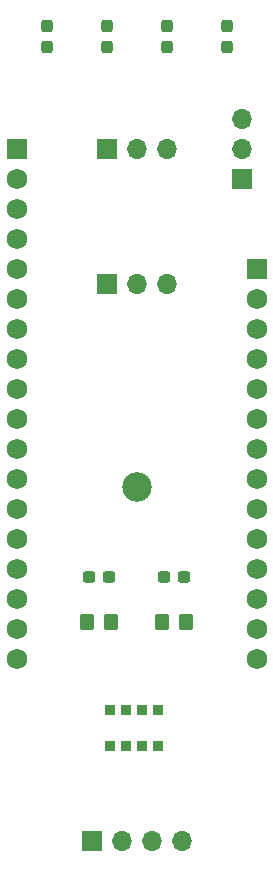
<source format=gbr>
%TF.GenerationSoftware,KiCad,Pcbnew,7.0.5-0*%
%TF.CreationDate,2023-11-18T10:12:58+00:00*%
%TF.ProjectId,Meadow Feather OLED,4d656164-6f77-4204-9665-617468657220,rev?*%
%TF.SameCoordinates,Original*%
%TF.FileFunction,Soldermask,Top*%
%TF.FilePolarity,Negative*%
%FSLAX46Y46*%
G04 Gerber Fmt 4.6, Leading zero omitted, Abs format (unit mm)*
G04 Created by KiCad (PCBNEW 7.0.5-0) date 2023-11-18 10:12:58*
%MOMM*%
%LPD*%
G01*
G04 APERTURE LIST*
G04 Aperture macros list*
%AMRoundRect*
0 Rectangle with rounded corners*
0 $1 Rounding radius*
0 $2 $3 $4 $5 $6 $7 $8 $9 X,Y pos of 4 corners*
0 Add a 4 corners polygon primitive as box body*
4,1,4,$2,$3,$4,$5,$6,$7,$8,$9,$2,$3,0*
0 Add four circle primitives for the rounded corners*
1,1,$1+$1,$2,$3*
1,1,$1+$1,$4,$5*
1,1,$1+$1,$6,$7*
1,1,$1+$1,$8,$9*
0 Add four rect primitives between the rounded corners*
20,1,$1+$1,$2,$3,$4,$5,0*
20,1,$1+$1,$4,$5,$6,$7,0*
20,1,$1+$1,$6,$7,$8,$9,0*
20,1,$1+$1,$8,$9,$2,$3,0*%
G04 Aperture macros list end*
%ADD10RoundRect,0.250000X0.350000X0.450000X-0.350000X0.450000X-0.350000X-0.450000X0.350000X-0.450000X0*%
%ADD11R,1.700000X1.700000*%
%ADD12O,1.700000X1.700000*%
%ADD13RoundRect,0.237500X-0.237500X0.287500X-0.237500X-0.287500X0.237500X-0.287500X0.237500X0.287500X0*%
%ADD14R,1.727200X1.727200*%
%ADD15C,1.727200*%
%ADD16R,0.900000X0.900000*%
%ADD17RoundRect,0.237500X-0.300000X-0.237500X0.300000X-0.237500X0.300000X0.237500X-0.300000X0.237500X0*%
%ADD18C,2.500000*%
G04 APERTURE END LIST*
D10*
%TO.C,R6*%
X82915000Y-98425000D03*
X80915000Y-98425000D03*
%TD*%
D11*
%TO.C,ResetSwitch1*%
X76200000Y-69850000D03*
D12*
X78740000Y-69850000D03*
X81280000Y-69850000D03*
%TD*%
D13*
%TO.C,D1*%
X71120000Y-48020000D03*
X71120000Y-49770000D03*
%TD*%
D14*
%TO.C,J1*%
X68580000Y-58420000D03*
D15*
X68580000Y-60960000D03*
X68580000Y-63500000D03*
X68580000Y-66040000D03*
X68580000Y-68580000D03*
X68580000Y-71120000D03*
X68580000Y-73660000D03*
X68580000Y-76200000D03*
X68580000Y-78740000D03*
X68580000Y-81280000D03*
X68580000Y-83820000D03*
X68580000Y-86360000D03*
X68580000Y-88900000D03*
X68580000Y-91440000D03*
X68580000Y-93980000D03*
X68580000Y-96520000D03*
X68580000Y-99060000D03*
X68580000Y-101600000D03*
X88900000Y-101600000D03*
X88900000Y-99060000D03*
X88900000Y-96520000D03*
X88900000Y-93980000D03*
X88900000Y-91440000D03*
X88900000Y-88900000D03*
X88900000Y-86360000D03*
X88900000Y-83820000D03*
X88900000Y-81280000D03*
X88900000Y-78740000D03*
X88900000Y-76200000D03*
X88900000Y-73660000D03*
X88900000Y-71120000D03*
D14*
X88900000Y-68580000D03*
%TD*%
D16*
%TO.C,RN1*%
X76510000Y-108910000D03*
X77850000Y-108910000D03*
X79170000Y-108910000D03*
X80510000Y-108910000D03*
X80510000Y-105910000D03*
X79170000Y-105910000D03*
X77850000Y-105910000D03*
X76510000Y-105910000D03*
%TD*%
D11*
%TO.C,J2*%
X74940000Y-117000000D03*
D12*
X77480000Y-117000000D03*
X80020000Y-117000000D03*
X82560000Y-117000000D03*
%TD*%
D17*
%TO.C,C1*%
X81052500Y-94615000D03*
X82777500Y-94615000D03*
%TD*%
D18*
%TO.C,H5*%
X78740000Y-87000000D03*
%TD*%
D13*
%TO.C,D4*%
X86360000Y-48020000D03*
X86360000Y-49770000D03*
%TD*%
D17*
%TO.C,C5*%
X74702500Y-94615000D03*
X76427500Y-94615000D03*
%TD*%
D13*
%TO.C,D3*%
X81280000Y-48020000D03*
X81280000Y-49770000D03*
%TD*%
D10*
%TO.C,R9*%
X76565000Y-98425000D03*
X74565000Y-98425000D03*
%TD*%
D11*
%TO.C,COM1*%
X87630000Y-60960000D03*
D12*
X87630000Y-58420000D03*
X87630000Y-55880000D03*
%TD*%
D13*
%TO.C,D2*%
X76200000Y-48020000D03*
X76200000Y-49770000D03*
%TD*%
D11*
%TO.C,D5*%
X76200000Y-58420000D03*
D12*
X78740000Y-58420000D03*
X81280000Y-58420000D03*
%TD*%
M02*

</source>
